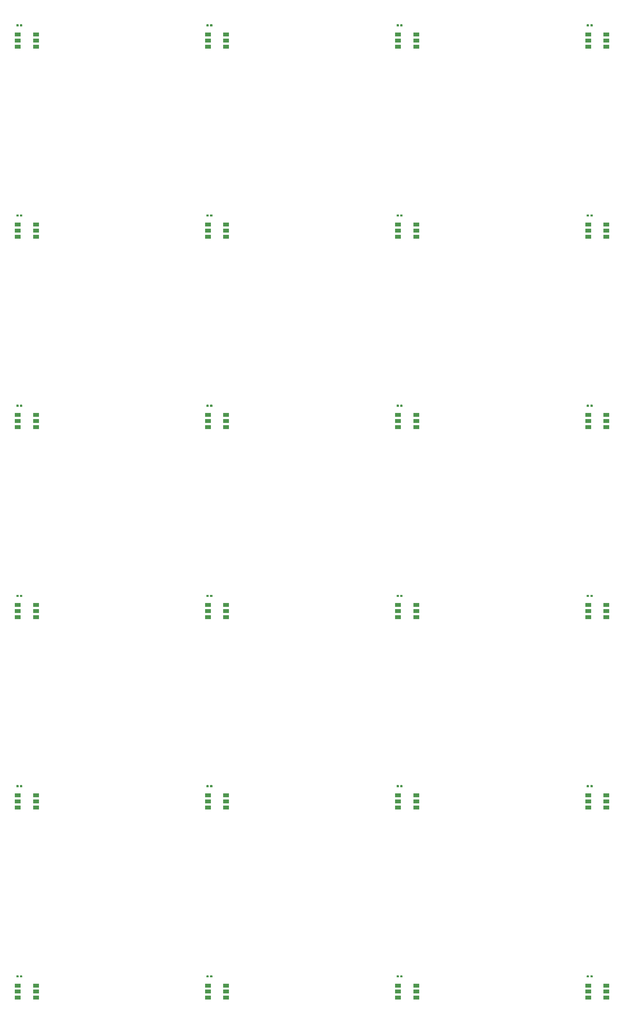
<source format=gtp>
G04 Layer: TopPasteMaskLayer*
G04 EasyEDA v6.5.34, 2023-09-21 20:05:10*
G04 25a6d9880ab04e118feb333d8ddcd0f2,9bdec9015a8d4a8fb4e1132389f24c00,10*
G04 Gerber Generator version 0.2*
G04 Scale: 100 percent, Rotated: No, Reflected: No *
G04 Dimensions in millimeters *
G04 leading zeros omitted , absolute positions ,4 integer and 5 decimal *
%FSLAX45Y45*%
%MOMM*%

%ADD10R,1.5000X1.0000*%

%LPD*%
G36*
X2226970Y27927452D02*
G01*
X2221992Y27922423D01*
X2221992Y27877465D01*
X2226970Y27872436D01*
X2274976Y27872436D01*
X2281986Y27877465D01*
X2281986Y27922423D01*
X2274976Y27927452D01*
G37*
G36*
X2325014Y27927452D02*
G01*
X2318004Y27922423D01*
X2318004Y27877465D01*
X2325014Y27872436D01*
X2372969Y27872436D01*
X2377998Y27877465D01*
X2377998Y27922423D01*
X2372969Y27927452D01*
G37*
G36*
X2226970Y22927462D02*
G01*
X2221992Y22922433D01*
X2221992Y22877475D01*
X2226970Y22872446D01*
X2274976Y22872446D01*
X2281986Y22877475D01*
X2281986Y22922433D01*
X2274976Y22927462D01*
G37*
G36*
X2325014Y22927462D02*
G01*
X2318004Y22922433D01*
X2318004Y22877475D01*
X2325014Y22872446D01*
X2372969Y22872446D01*
X2377998Y22877475D01*
X2377998Y22922433D01*
X2372969Y22927462D01*
G37*
G36*
X2226970Y17927472D02*
G01*
X2221992Y17922443D01*
X2221992Y17877485D01*
X2226970Y17872456D01*
X2274976Y17872456D01*
X2281986Y17877485D01*
X2281986Y17922443D01*
X2274976Y17927472D01*
G37*
G36*
X2325014Y17927472D02*
G01*
X2318004Y17922443D01*
X2318004Y17877485D01*
X2325014Y17872456D01*
X2372969Y17872456D01*
X2377998Y17877485D01*
X2377998Y17922443D01*
X2372969Y17927472D01*
G37*
G36*
X2226970Y12927482D02*
G01*
X2221992Y12922453D01*
X2221992Y12877495D01*
X2226970Y12872466D01*
X2274976Y12872466D01*
X2281986Y12877495D01*
X2281986Y12922453D01*
X2274976Y12927482D01*
G37*
G36*
X2325014Y12927482D02*
G01*
X2318004Y12922453D01*
X2318004Y12877495D01*
X2325014Y12872466D01*
X2372969Y12872466D01*
X2377998Y12877495D01*
X2377998Y12922453D01*
X2372969Y12927482D01*
G37*
G36*
X2226970Y7927492D02*
G01*
X2221992Y7922463D01*
X2221992Y7877505D01*
X2226970Y7872475D01*
X2274976Y7872475D01*
X2281986Y7877505D01*
X2281986Y7922463D01*
X2274976Y7927492D01*
G37*
G36*
X2325014Y7927492D02*
G01*
X2318004Y7922463D01*
X2318004Y7877505D01*
X2325014Y7872475D01*
X2372969Y7872475D01*
X2377998Y7877505D01*
X2377998Y7922463D01*
X2372969Y7927492D01*
G37*
G36*
X2226970Y2927502D02*
G01*
X2221992Y2922473D01*
X2221992Y2877515D01*
X2226970Y2872486D01*
X2274976Y2872486D01*
X2281986Y2877515D01*
X2281986Y2922473D01*
X2274976Y2927502D01*
G37*
G36*
X2325014Y2927502D02*
G01*
X2318004Y2922473D01*
X2318004Y2877515D01*
X2325014Y2872486D01*
X2372969Y2872486D01*
X2377998Y2877515D01*
X2377998Y2922473D01*
X2372969Y2927502D01*
G37*
G36*
X7226960Y27927452D02*
G01*
X7221981Y27922423D01*
X7221981Y27877465D01*
X7226960Y27872436D01*
X7274966Y27872436D01*
X7281976Y27877465D01*
X7281976Y27922423D01*
X7274966Y27927452D01*
G37*
G36*
X7325004Y27927452D02*
G01*
X7317994Y27922423D01*
X7317994Y27877465D01*
X7325004Y27872436D01*
X7372959Y27872436D01*
X7377988Y27877465D01*
X7377988Y27922423D01*
X7372959Y27927452D01*
G37*
G36*
X7226960Y22927462D02*
G01*
X7221981Y22922433D01*
X7221981Y22877475D01*
X7226960Y22872446D01*
X7274966Y22872446D01*
X7281976Y22877475D01*
X7281976Y22922433D01*
X7274966Y22927462D01*
G37*
G36*
X7325004Y22927462D02*
G01*
X7317994Y22922433D01*
X7317994Y22877475D01*
X7325004Y22872446D01*
X7372959Y22872446D01*
X7377988Y22877475D01*
X7377988Y22922433D01*
X7372959Y22927462D01*
G37*
G36*
X7226960Y17927472D02*
G01*
X7221981Y17922443D01*
X7221981Y17877485D01*
X7226960Y17872456D01*
X7274966Y17872456D01*
X7281976Y17877485D01*
X7281976Y17922443D01*
X7274966Y17927472D01*
G37*
G36*
X7325004Y17927472D02*
G01*
X7317994Y17922443D01*
X7317994Y17877485D01*
X7325004Y17872456D01*
X7372959Y17872456D01*
X7377988Y17877485D01*
X7377988Y17922443D01*
X7372959Y17927472D01*
G37*
G36*
X7226960Y12927482D02*
G01*
X7221981Y12922453D01*
X7221981Y12877495D01*
X7226960Y12872466D01*
X7274966Y12872466D01*
X7281976Y12877495D01*
X7281976Y12922453D01*
X7274966Y12927482D01*
G37*
G36*
X7325004Y12927482D02*
G01*
X7317994Y12922453D01*
X7317994Y12877495D01*
X7325004Y12872466D01*
X7372959Y12872466D01*
X7377988Y12877495D01*
X7377988Y12922453D01*
X7372959Y12927482D01*
G37*
G36*
X7226960Y7927492D02*
G01*
X7221981Y7922463D01*
X7221981Y7877505D01*
X7226960Y7872475D01*
X7274966Y7872475D01*
X7281976Y7877505D01*
X7281976Y7922463D01*
X7274966Y7927492D01*
G37*
G36*
X7325004Y7927492D02*
G01*
X7317994Y7922463D01*
X7317994Y7877505D01*
X7325004Y7872475D01*
X7372959Y7872475D01*
X7377988Y7877505D01*
X7377988Y7922463D01*
X7372959Y7927492D01*
G37*
G36*
X7226960Y2927502D02*
G01*
X7221981Y2922473D01*
X7221981Y2877515D01*
X7226960Y2872486D01*
X7274966Y2872486D01*
X7281976Y2877515D01*
X7281976Y2922473D01*
X7274966Y2927502D01*
G37*
G36*
X7325004Y2927502D02*
G01*
X7317994Y2922473D01*
X7317994Y2877515D01*
X7325004Y2872486D01*
X7372959Y2872486D01*
X7377988Y2877515D01*
X7377988Y2922473D01*
X7372959Y2927502D01*
G37*
G36*
X12226950Y27927452D02*
G01*
X12221972Y27922423D01*
X12221972Y27877465D01*
X12226950Y27872436D01*
X12274956Y27872436D01*
X12281966Y27877465D01*
X12281966Y27922423D01*
X12274956Y27927452D01*
G37*
G36*
X12324994Y27927452D02*
G01*
X12317984Y27922423D01*
X12317984Y27877465D01*
X12324994Y27872436D01*
X12372949Y27872436D01*
X12377978Y27877465D01*
X12377978Y27922423D01*
X12372949Y27927452D01*
G37*
G36*
X12226950Y22927462D02*
G01*
X12221972Y22922433D01*
X12221972Y22877475D01*
X12226950Y22872446D01*
X12274956Y22872446D01*
X12281966Y22877475D01*
X12281966Y22922433D01*
X12274956Y22927462D01*
G37*
G36*
X12324994Y22927462D02*
G01*
X12317984Y22922433D01*
X12317984Y22877475D01*
X12324994Y22872446D01*
X12372949Y22872446D01*
X12377978Y22877475D01*
X12377978Y22922433D01*
X12372949Y22927462D01*
G37*
G36*
X12226950Y17927472D02*
G01*
X12221972Y17922443D01*
X12221972Y17877485D01*
X12226950Y17872456D01*
X12274956Y17872456D01*
X12281966Y17877485D01*
X12281966Y17922443D01*
X12274956Y17927472D01*
G37*
G36*
X12324994Y17927472D02*
G01*
X12317984Y17922443D01*
X12317984Y17877485D01*
X12324994Y17872456D01*
X12372949Y17872456D01*
X12377978Y17877485D01*
X12377978Y17922443D01*
X12372949Y17927472D01*
G37*
G36*
X12226950Y12927482D02*
G01*
X12221972Y12922453D01*
X12221972Y12877495D01*
X12226950Y12872466D01*
X12274956Y12872466D01*
X12281966Y12877495D01*
X12281966Y12922453D01*
X12274956Y12927482D01*
G37*
G36*
X12324994Y12927482D02*
G01*
X12317984Y12922453D01*
X12317984Y12877495D01*
X12324994Y12872466D01*
X12372949Y12872466D01*
X12377978Y12877495D01*
X12377978Y12922453D01*
X12372949Y12927482D01*
G37*
G36*
X12226950Y7927492D02*
G01*
X12221972Y7922463D01*
X12221972Y7877505D01*
X12226950Y7872475D01*
X12274956Y7872475D01*
X12281966Y7877505D01*
X12281966Y7922463D01*
X12274956Y7927492D01*
G37*
G36*
X12324994Y7927492D02*
G01*
X12317984Y7922463D01*
X12317984Y7877505D01*
X12324994Y7872475D01*
X12372949Y7872475D01*
X12377978Y7877505D01*
X12377978Y7922463D01*
X12372949Y7927492D01*
G37*
G36*
X12226950Y2927502D02*
G01*
X12221972Y2922473D01*
X12221972Y2877515D01*
X12226950Y2872486D01*
X12274956Y2872486D01*
X12281966Y2877515D01*
X12281966Y2922473D01*
X12274956Y2927502D01*
G37*
G36*
X12324994Y2927502D02*
G01*
X12317984Y2922473D01*
X12317984Y2877515D01*
X12324994Y2872486D01*
X12372949Y2872486D01*
X12377978Y2877515D01*
X12377978Y2922473D01*
X12372949Y2927502D01*
G37*
G36*
X17226940Y27927452D02*
G01*
X17221962Y27922423D01*
X17221962Y27877465D01*
X17226940Y27872436D01*
X17274946Y27872436D01*
X17281956Y27877465D01*
X17281956Y27922423D01*
X17274946Y27927452D01*
G37*
G36*
X17324984Y27927452D02*
G01*
X17317974Y27922423D01*
X17317974Y27877465D01*
X17324984Y27872436D01*
X17372939Y27872436D01*
X17377968Y27877465D01*
X17377968Y27922423D01*
X17372939Y27927452D01*
G37*
G36*
X17226940Y22927462D02*
G01*
X17221962Y22922433D01*
X17221962Y22877475D01*
X17226940Y22872446D01*
X17274946Y22872446D01*
X17281956Y22877475D01*
X17281956Y22922433D01*
X17274946Y22927462D01*
G37*
G36*
X17324984Y22927462D02*
G01*
X17317974Y22922433D01*
X17317974Y22877475D01*
X17324984Y22872446D01*
X17372939Y22872446D01*
X17377968Y22877475D01*
X17377968Y22922433D01*
X17372939Y22927462D01*
G37*
G36*
X17226940Y17927472D02*
G01*
X17221962Y17922443D01*
X17221962Y17877485D01*
X17226940Y17872456D01*
X17274946Y17872456D01*
X17281956Y17877485D01*
X17281956Y17922443D01*
X17274946Y17927472D01*
G37*
G36*
X17324984Y17927472D02*
G01*
X17317974Y17922443D01*
X17317974Y17877485D01*
X17324984Y17872456D01*
X17372939Y17872456D01*
X17377968Y17877485D01*
X17377968Y17922443D01*
X17372939Y17927472D01*
G37*
G36*
X17226940Y12927482D02*
G01*
X17221962Y12922453D01*
X17221962Y12877495D01*
X17226940Y12872466D01*
X17274946Y12872466D01*
X17281956Y12877495D01*
X17281956Y12922453D01*
X17274946Y12927482D01*
G37*
G36*
X17324984Y12927482D02*
G01*
X17317974Y12922453D01*
X17317974Y12877495D01*
X17324984Y12872466D01*
X17372939Y12872466D01*
X17377968Y12877495D01*
X17377968Y12922453D01*
X17372939Y12927482D01*
G37*
G36*
X17226940Y7927492D02*
G01*
X17221962Y7922463D01*
X17221962Y7877505D01*
X17226940Y7872475D01*
X17274946Y7872475D01*
X17281956Y7877505D01*
X17281956Y7922463D01*
X17274946Y7927492D01*
G37*
G36*
X17324984Y7927492D02*
G01*
X17317974Y7922463D01*
X17317974Y7877505D01*
X17324984Y7872475D01*
X17372939Y7872475D01*
X17377968Y7877505D01*
X17377968Y7922463D01*
X17372939Y7927492D01*
G37*
G36*
X17226940Y2927502D02*
G01*
X17221962Y2922473D01*
X17221962Y2877515D01*
X17226940Y2872486D01*
X17274946Y2872486D01*
X17281956Y2877515D01*
X17281956Y2922473D01*
X17274946Y2927502D01*
G37*
G36*
X17324984Y2927502D02*
G01*
X17317974Y2922473D01*
X17317974Y2877515D01*
X17324984Y2872486D01*
X17372939Y2872486D01*
X17377968Y2877515D01*
X17377968Y2922473D01*
X17372939Y2927502D01*
G37*
D10*
G01*
X2259990Y27659939D03*
G01*
X2259990Y27499945D03*
G01*
X2259990Y27339950D03*
G01*
X2739999Y27339950D03*
G01*
X2739999Y27499945D03*
G01*
X2739999Y27659939D03*
G01*
X2259990Y22659949D03*
G01*
X2259990Y22499954D03*
G01*
X2259990Y22339960D03*
G01*
X2739999Y22339960D03*
G01*
X2739999Y22499954D03*
G01*
X2739999Y22659949D03*
G01*
X2259990Y17659959D03*
G01*
X2259990Y17499964D03*
G01*
X2259990Y17339970D03*
G01*
X2739999Y17339970D03*
G01*
X2739999Y17499964D03*
G01*
X2739999Y17659959D03*
G01*
X2259990Y12659969D03*
G01*
X2259990Y12499975D03*
G01*
X2259990Y12339980D03*
G01*
X2739999Y12339980D03*
G01*
X2739999Y12499975D03*
G01*
X2739999Y12659969D03*
G01*
X2259990Y7659979D03*
G01*
X2259990Y7499985D03*
G01*
X2259990Y7339990D03*
G01*
X2739999Y7339990D03*
G01*
X2739999Y7499985D03*
G01*
X2739999Y7659979D03*
G01*
X2259990Y2659989D03*
G01*
X2259990Y2499995D03*
G01*
X2259990Y2340000D03*
G01*
X2739999Y2340000D03*
G01*
X2739999Y2499995D03*
G01*
X2739999Y2659989D03*
G01*
X7259980Y27659939D03*
G01*
X7259980Y27499945D03*
G01*
X7259980Y27339950D03*
G01*
X7739989Y27339950D03*
G01*
X7739989Y27499945D03*
G01*
X7739989Y27659939D03*
G01*
X7259980Y22659949D03*
G01*
X7259980Y22499954D03*
G01*
X7259980Y22339960D03*
G01*
X7739989Y22339960D03*
G01*
X7739989Y22499954D03*
G01*
X7739989Y22659949D03*
G01*
X7259980Y17659959D03*
G01*
X7259980Y17499964D03*
G01*
X7259980Y17339970D03*
G01*
X7739989Y17339970D03*
G01*
X7739989Y17499964D03*
G01*
X7739989Y17659959D03*
G01*
X7259980Y12659969D03*
G01*
X7259980Y12499975D03*
G01*
X7259980Y12339980D03*
G01*
X7739989Y12339980D03*
G01*
X7739989Y12499975D03*
G01*
X7739989Y12659969D03*
G01*
X7259980Y7659979D03*
G01*
X7259980Y7499985D03*
G01*
X7259980Y7339990D03*
G01*
X7739989Y7339990D03*
G01*
X7739989Y7499985D03*
G01*
X7739989Y7659979D03*
G01*
X7259980Y2659989D03*
G01*
X7259980Y2499995D03*
G01*
X7259980Y2340000D03*
G01*
X7739989Y2340000D03*
G01*
X7739989Y2499995D03*
G01*
X7739989Y2659989D03*
G01*
X12259970Y27659939D03*
G01*
X12259970Y27499945D03*
G01*
X12259970Y27339950D03*
G01*
X12739979Y27339950D03*
G01*
X12739979Y27499945D03*
G01*
X12739979Y27659939D03*
G01*
X12259970Y22659949D03*
G01*
X12259970Y22499954D03*
G01*
X12259970Y22339960D03*
G01*
X12739979Y22339960D03*
G01*
X12739979Y22499954D03*
G01*
X12739979Y22659949D03*
G01*
X12259970Y17659959D03*
G01*
X12259970Y17499964D03*
G01*
X12259970Y17339970D03*
G01*
X12739979Y17339970D03*
G01*
X12739979Y17499964D03*
G01*
X12739979Y17659959D03*
G01*
X12259970Y12659969D03*
G01*
X12259970Y12499975D03*
G01*
X12259970Y12339980D03*
G01*
X12739979Y12339980D03*
G01*
X12739979Y12499975D03*
G01*
X12739979Y12659969D03*
G01*
X12259970Y7659979D03*
G01*
X12259970Y7499985D03*
G01*
X12259970Y7339990D03*
G01*
X12739979Y7339990D03*
G01*
X12739979Y7499985D03*
G01*
X12739979Y7659979D03*
G01*
X12259970Y2659989D03*
G01*
X12259970Y2499995D03*
G01*
X12259970Y2340000D03*
G01*
X12739979Y2340000D03*
G01*
X12739979Y2499995D03*
G01*
X12739979Y2659989D03*
G01*
X17259960Y27659939D03*
G01*
X17259960Y27499945D03*
G01*
X17259960Y27339950D03*
G01*
X17739969Y27339950D03*
G01*
X17739969Y27499945D03*
G01*
X17739969Y27659939D03*
G01*
X17259960Y22659949D03*
G01*
X17259960Y22499954D03*
G01*
X17259960Y22339960D03*
G01*
X17739969Y22339960D03*
G01*
X17739969Y22499954D03*
G01*
X17739969Y22659949D03*
G01*
X17259960Y17659959D03*
G01*
X17259960Y17499964D03*
G01*
X17259960Y17339970D03*
G01*
X17739969Y17339970D03*
G01*
X17739969Y17499964D03*
G01*
X17739969Y17659959D03*
G01*
X17259960Y12659969D03*
G01*
X17259960Y12499975D03*
G01*
X17259960Y12339980D03*
G01*
X17739969Y12339980D03*
G01*
X17739969Y12499975D03*
G01*
X17739969Y12659969D03*
G01*
X17259960Y7659979D03*
G01*
X17259960Y7499985D03*
G01*
X17259960Y7339990D03*
G01*
X17739969Y7339990D03*
G01*
X17739969Y7499985D03*
G01*
X17739969Y7659979D03*
G01*
X17259960Y2659989D03*
G01*
X17259960Y2499995D03*
G01*
X17259960Y2340000D03*
G01*
X17739969Y2340000D03*
G01*
X17739969Y2499995D03*
G01*
X17739969Y2659989D03*
M02*

</source>
